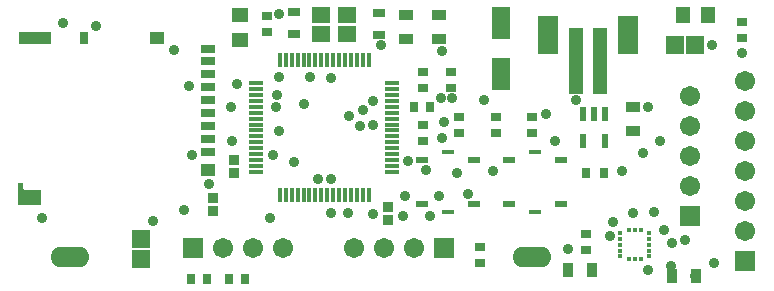
<source format=gbr>
G04*
G04 #@! TF.GenerationSoftware,Altium Limited,Altium Designer,22.4.2 (48)*
G04*
G04 Layer_Color=8388736*
%FSLAX25Y25*%
%MOIN*%
G70*
G04*
G04 #@! TF.SameCoordinates,35B363B0-4A87-487E-8715-F30847FC6155*
G04*
G04*
G04 #@! TF.FilePolarity,Negative*
G04*
G01*
G75*
%ADD10C,0.04507*%
%ADD11R,0.11024X0.03937*%
%ADD12R,0.04724X0.03937*%
%ADD13R,0.03150X0.03937*%
%ADD14R,0.04724X0.02756*%
%ADD15R,0.03197X0.03666*%
%ADD16R,0.03765X0.04749*%
%ADD17R,0.04749X0.03765*%
%ADD18R,0.03937X0.01772*%
%ADD19R,0.03937X0.02362*%
%ADD22R,0.01378X0.01772*%
%ADD23R,0.01772X0.01378*%
%ADD24R,0.03197X0.02593*%
%ADD25R,0.03150X0.03543*%
%ADD26R,0.06127X0.06213*%
%ADD27R,0.06213X0.06127*%
%ADD28R,0.02593X0.03197*%
%ADD30R,0.02362X0.04724*%
%ADD33R,0.04355X0.02977*%
%ADD34R,0.04724X0.01181*%
%ADD35R,0.01181X0.04724*%
%ADD36R,0.06299X0.11024*%
%ADD37R,0.07099X0.12611*%
%ADD38R,0.04737X0.22453*%
%ADD39R,0.06312X0.05328*%
%ADD40R,0.05131X0.05524*%
%ADD41R,0.05524X0.05131*%
%ADD42R,0.06706X0.06706*%
%ADD43C,0.06706*%
%ADD44O,0.13005X0.06800*%
%ADD45R,0.06706X0.06706*%
%ADD46C,0.03556*%
G36*
X212587Y337870D02*
X213177Y337280D01*
X218689D01*
Y332161D01*
X211209D01*
Y339445D01*
X212587D01*
Y337870D01*
D02*
G37*
D10*
X215988Y334665D02*
D03*
D11*
X216720Y387870D02*
D03*
D12*
X257469D02*
D03*
X274398Y343972D02*
D03*
D13*
X233059Y387870D02*
D03*
D14*
X274398Y384130D02*
D03*
Y380390D02*
D03*
Y376059D02*
D03*
Y371728D02*
D03*
Y367398D02*
D03*
Y363067D02*
D03*
Y358736D02*
D03*
Y354406D02*
D03*
Y350075D02*
D03*
D15*
X276000Y334628D02*
D03*
Y330372D02*
D03*
X334500Y327372D02*
D03*
Y331628D02*
D03*
X283000Y342872D02*
D03*
Y347128D02*
D03*
D16*
X394429Y310500D02*
D03*
X402500D02*
D03*
X428965Y308500D02*
D03*
X437035D02*
D03*
D17*
X416000Y365035D02*
D03*
Y356965D02*
D03*
X351500Y395500D02*
D03*
Y387429D02*
D03*
X340500Y395535D02*
D03*
Y387465D02*
D03*
D18*
X383500Y330000D02*
D03*
Y349882D02*
D03*
X354500Y349941D02*
D03*
Y330059D02*
D03*
D19*
X374839Y332657D02*
D03*
Y347224D02*
D03*
X392161Y332657D02*
D03*
Y347224D02*
D03*
X363161Y347284D02*
D03*
Y332717D02*
D03*
X345839Y347284D02*
D03*
Y332717D02*
D03*
D22*
X418646Y314209D02*
D03*
X416677D02*
D03*
X414709D02*
D03*
Y323854D02*
D03*
X416677D02*
D03*
X418646D02*
D03*
D23*
X411854Y315094D02*
D03*
Y317063D02*
D03*
Y319032D02*
D03*
Y321000D02*
D03*
Y322969D02*
D03*
X421500D02*
D03*
Y321000D02*
D03*
Y319032D02*
D03*
Y317063D02*
D03*
Y315094D02*
D03*
D24*
X400500Y317336D02*
D03*
Y322664D02*
D03*
X346000Y359000D02*
D03*
Y353672D02*
D03*
X382500Y361664D02*
D03*
Y356336D02*
D03*
X370500D02*
D03*
Y361664D02*
D03*
X358000Y356336D02*
D03*
Y361664D02*
D03*
X294000Y395328D02*
D03*
Y390000D02*
D03*
X346000Y376664D02*
D03*
Y371336D02*
D03*
X365000Y318164D02*
D03*
Y312836D02*
D03*
X355500Y376664D02*
D03*
Y371336D02*
D03*
X452500Y387836D02*
D03*
Y393164D02*
D03*
D25*
X406406Y343000D02*
D03*
X400500D02*
D03*
D26*
X252000Y314098D02*
D03*
Y320902D02*
D03*
D27*
X430000Y385500D02*
D03*
X436804D02*
D03*
D28*
X286664Y307500D02*
D03*
X281336D02*
D03*
X274164D02*
D03*
X268836D02*
D03*
X348500Y365000D02*
D03*
X343172D02*
D03*
D30*
X406740Y353445D02*
D03*
X399260D02*
D03*
Y362500D02*
D03*
X403000D02*
D03*
X406740D02*
D03*
D33*
X331500Y388858D02*
D03*
Y396142D02*
D03*
X303000Y396642D02*
D03*
Y389358D02*
D03*
D34*
X335776Y372843D02*
D03*
Y370874D02*
D03*
Y368906D02*
D03*
Y366937D02*
D03*
Y364969D02*
D03*
Y363000D02*
D03*
Y361032D02*
D03*
Y359063D02*
D03*
Y357095D02*
D03*
Y355126D02*
D03*
Y353158D02*
D03*
Y351189D02*
D03*
Y349221D02*
D03*
Y347252D02*
D03*
Y345284D02*
D03*
Y343315D02*
D03*
X290500D02*
D03*
Y345284D02*
D03*
Y347252D02*
D03*
Y349221D02*
D03*
Y351189D02*
D03*
Y353158D02*
D03*
Y355126D02*
D03*
Y357095D02*
D03*
Y359063D02*
D03*
Y361032D02*
D03*
Y363000D02*
D03*
Y364969D02*
D03*
Y366937D02*
D03*
Y368906D02*
D03*
Y370874D02*
D03*
Y372843D02*
D03*
D35*
X327902Y335441D02*
D03*
X325933D02*
D03*
X323965D02*
D03*
X321996D02*
D03*
X320028D02*
D03*
X318059D02*
D03*
X316091D02*
D03*
X314122D02*
D03*
X312154D02*
D03*
X310185D02*
D03*
X308217D02*
D03*
X306248D02*
D03*
X304280D02*
D03*
X302311D02*
D03*
X300343D02*
D03*
X298374D02*
D03*
Y380717D02*
D03*
X300343D02*
D03*
X302311D02*
D03*
X304280D02*
D03*
X306248D02*
D03*
X308217D02*
D03*
X310185D02*
D03*
X312154D02*
D03*
X314122D02*
D03*
X316091D02*
D03*
X318059D02*
D03*
X320028D02*
D03*
X321996D02*
D03*
X323965D02*
D03*
X325933D02*
D03*
X327902D02*
D03*
D36*
X372000Y376035D02*
D03*
Y392965D02*
D03*
D37*
X414386Y389000D02*
D03*
X387614D02*
D03*
D38*
X397063Y380142D02*
D03*
X404937D02*
D03*
D39*
X320831Y395650D02*
D03*
X312169D02*
D03*
Y389350D02*
D03*
X320831D02*
D03*
D40*
X432866Y395500D02*
D03*
X441134D02*
D03*
D41*
X285000Y387366D02*
D03*
Y395634D02*
D03*
D42*
X353000Y318000D02*
D03*
X269500D02*
D03*
D43*
X343000D02*
D03*
X333000D02*
D03*
X323000D02*
D03*
X279500D02*
D03*
X289500D02*
D03*
X299500D02*
D03*
X453500Y373500D02*
D03*
Y363500D02*
D03*
Y353500D02*
D03*
Y343500D02*
D03*
Y323500D02*
D03*
Y333500D02*
D03*
X435000Y368500D02*
D03*
Y358500D02*
D03*
Y348500D02*
D03*
Y338500D02*
D03*
D44*
X382500Y315000D02*
D03*
X228500D02*
D03*
D45*
X453500Y313500D02*
D03*
X435000Y328500D02*
D03*
D46*
X428912Y319682D02*
D03*
X423000Y330000D02*
D03*
X416000Y329500D02*
D03*
X426500Y324000D02*
D03*
X402500Y310336D02*
D03*
X421000Y310500D02*
D03*
X436828Y308500D02*
D03*
X428835Y311777D02*
D03*
X297500Y369000D02*
D03*
X256000Y327000D02*
D03*
X421000Y365000D02*
D03*
X394500Y317500D02*
D03*
X340000Y335274D02*
D03*
X274650Y339232D02*
D03*
X266500Y330500D02*
D03*
X321500Y362000D02*
D03*
X369500Y343500D02*
D03*
X355889Y367880D02*
D03*
X390000Y353500D02*
D03*
X352000Y368000D02*
D03*
X351500Y335382D02*
D03*
X329500Y359000D02*
D03*
X303135Y346665D02*
D03*
X339500Y328665D02*
D03*
X311135Y340865D02*
D03*
X347168Y343937D02*
D03*
X361000Y336054D02*
D03*
X357335Y343000D02*
D03*
X341000Y347000D02*
D03*
X366500Y367335D02*
D03*
X397000D02*
D03*
X329500Y367000D02*
D03*
X326000Y364000D02*
D03*
X329250Y329250D02*
D03*
X348500Y328500D02*
D03*
X315500Y329500D02*
D03*
X321000D02*
D03*
X308500Y375000D02*
D03*
X315500Y374500D02*
D03*
X387000Y362500D02*
D03*
X315500Y341000D02*
D03*
X412500Y343500D02*
D03*
X298000Y375000D02*
D03*
Y357000D02*
D03*
X282500Y353500D02*
D03*
X325000Y358500D02*
D03*
X306500Y366000D02*
D03*
X352500Y383500D02*
D03*
X332000Y385500D02*
D03*
X297985Y395985D02*
D03*
X409500Y326500D02*
D03*
X408500Y322000D02*
D03*
X352500Y354500D02*
D03*
X442500Y385500D02*
D03*
X452500Y383000D02*
D03*
X284000Y372500D02*
D03*
X268000Y372000D02*
D03*
X353000Y360000D02*
D03*
X263000Y384000D02*
D03*
X237000Y392000D02*
D03*
X226000Y393000D02*
D03*
X219000Y328000D02*
D03*
X297000Y365000D02*
D03*
X419500Y349500D02*
D03*
X425000Y353500D02*
D03*
X269000Y349000D02*
D03*
X295000Y328000D02*
D03*
X443000Y313000D02*
D03*
X433500Y320500D02*
D03*
X296000Y349000D02*
D03*
X282000Y365000D02*
D03*
M02*

</source>
